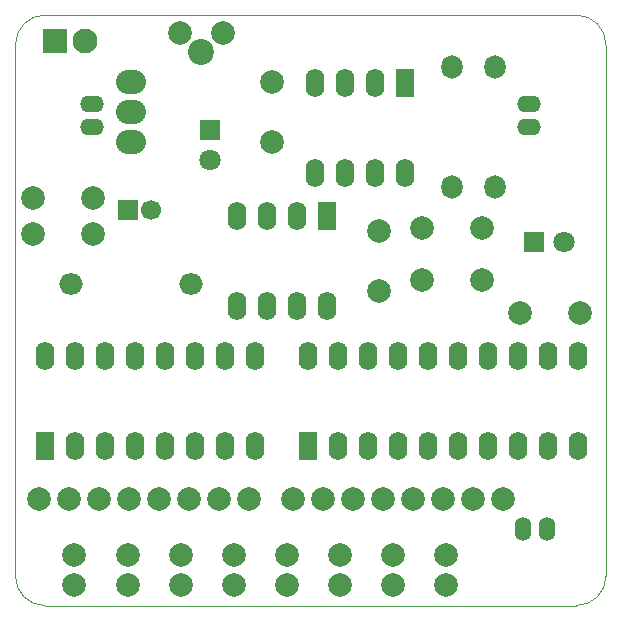
<source format=gbr>
G04 #@! TF.GenerationSoftware,KiCad,Pcbnew,(5.1.4)-1*
G04 #@! TF.CreationDate,2019-12-16T12:13:05+01:00*
G04 #@! TF.ProjectId,dancebots-pcb,64616e63-6562-46f7-9473-2d7063622e6b,rev?*
G04 #@! TF.SameCoordinates,PX5f5e100PY8f0d180*
G04 #@! TF.FileFunction,Soldermask,Top*
G04 #@! TF.FilePolarity,Negative*
%FSLAX46Y46*%
G04 Gerber Fmt 4.6, Leading zero omitted, Abs format (unit mm)*
G04 Created by KiCad (PCBNEW (5.1.4)-1) date 2019-12-16 12:13:05*
%MOMM*%
%LPD*%
G04 APERTURE LIST*
%ADD10C,0.100000*%
%ADD11O,1.600000X2.400000*%
%ADD12R,1.600000X2.400000*%
%ADD13C,1.800000*%
%ADD14R,1.800000X1.800000*%
%ADD15R,2.000000X2.000000*%
%ADD16C,2.100000*%
%ADD17C,1.700000*%
%ADD18R,1.700000X1.700000*%
%ADD19C,2.000000*%
%ADD20O,2.540000X2.032000*%
%ADD21C,2.200000*%
%ADD22O,1.800000X2.000000*%
%ADD23O,2.000000X1.800000*%
%ADD24O,2.000000X1.400000*%
%ADD25O,1.400000X2.000000*%
G04 APERTURE END LIST*
D10*
X0Y2500000D02*
G75*
G03X2500000Y0I2500000J0D01*
G01*
X47500000Y0D02*
G75*
G03X50000000Y2500000I0J2500000D01*
G01*
X50000000Y2500000D02*
X50000000Y47500000D01*
X2500000Y0D02*
X47500000Y0D01*
X0Y47500000D02*
X0Y2500000D01*
X50000000Y47500000D02*
G75*
G03X47500000Y50000000I-2500000J0D01*
G01*
X2500000Y50000000D02*
G75*
G03X0Y47500000I0J-2500000D01*
G01*
X2500000Y50000000D02*
X47500000Y50000000D01*
D11*
X33000000Y36630000D03*
X25380000Y44250000D03*
X30460000Y36630000D03*
X27920000Y44250000D03*
X27920000Y36630000D03*
X30460000Y44250000D03*
X25380000Y36630000D03*
D12*
X33000000Y44250000D03*
D11*
X26400000Y25380000D03*
X18780000Y33000000D03*
X23860000Y25380000D03*
X21320000Y33000000D03*
X21320000Y25380000D03*
X23860000Y33000000D03*
X18780000Y25380000D03*
D12*
X26400000Y33000000D03*
D11*
X24750000Y21120000D03*
X47610000Y13500000D03*
X27290000Y21120000D03*
X45070000Y13500000D03*
X29830000Y21120000D03*
X42530000Y13500000D03*
X32370000Y21120000D03*
X39990000Y13500000D03*
X34910000Y21120000D03*
X37450000Y13500000D03*
X37450000Y21120000D03*
X34910000Y13500000D03*
X39990000Y21120000D03*
X32370000Y13500000D03*
X42530000Y21120000D03*
X29830000Y13500000D03*
X45070000Y21120000D03*
X27290000Y13500000D03*
X47610000Y21120000D03*
D12*
X24750000Y13500000D03*
D11*
X2500000Y21120000D03*
X20280000Y13500000D03*
X5040000Y21120000D03*
X17740000Y13500000D03*
X7580000Y21120000D03*
X15200000Y13500000D03*
X10120000Y21120000D03*
X12660000Y13500000D03*
X12660000Y21120000D03*
X10120000Y13500000D03*
X15200000Y21120000D03*
X7580000Y13500000D03*
X17740000Y21120000D03*
X5040000Y13500000D03*
X20280000Y21120000D03*
D12*
X2500000Y13500000D03*
D13*
X16500000Y37710000D03*
D14*
X16500000Y40250000D03*
D15*
X3330000Y47800000D03*
D16*
X5870000Y47800000D03*
D17*
X11500000Y33500000D03*
D18*
X9500000Y33500000D03*
D14*
X43950000Y30800000D03*
D13*
X46450000Y30800000D03*
D19*
X5000000Y1730000D03*
X5000000Y4270000D03*
X9500000Y1730000D03*
X9500000Y4270000D03*
X14000000Y1730000D03*
X14000000Y4270000D03*
X18500000Y1730000D03*
X18500000Y4270000D03*
X23000000Y1730000D03*
X23000000Y4270000D03*
X27500000Y1730000D03*
X27500000Y4270000D03*
X32000000Y1730000D03*
X32000000Y4270000D03*
X36500000Y1730000D03*
X36500000Y4270000D03*
D20*
X9750000Y41750000D03*
X9750000Y39210000D03*
X9750000Y44290000D03*
D21*
X15750000Y46900000D03*
D19*
X17550000Y48500000D03*
X13950000Y48500000D03*
X23500000Y9000000D03*
X26040000Y9000000D03*
X28580000Y9000000D03*
X31120000Y9000000D03*
X33660000Y9000000D03*
X36200000Y9000000D03*
X38740000Y9000000D03*
X41280000Y9000000D03*
X2000000Y9000000D03*
X4540000Y9000000D03*
X7080000Y9000000D03*
X9620000Y9000000D03*
X12160000Y9000000D03*
X14700000Y9000000D03*
X17240000Y9000000D03*
X19780000Y9000000D03*
D22*
X37000000Y35400000D03*
X37000000Y45560000D03*
X40600000Y35400000D03*
X40600000Y45560000D03*
D23*
X4700000Y27200000D03*
X14860000Y27200000D03*
D24*
X6500000Y42500000D03*
X6500000Y40500000D03*
X43500000Y40500000D03*
X43500000Y42500000D03*
D25*
X43000000Y6500000D03*
X45000000Y6500000D03*
D19*
X1460000Y34500000D03*
X6540000Y34500000D03*
X1460000Y31500000D03*
X6540000Y31500000D03*
X47790000Y24750000D03*
X42710000Y24750000D03*
X39540000Y32000000D03*
X34460000Y32000000D03*
X39540000Y27600000D03*
X34460000Y27600000D03*
X21750000Y39210000D03*
X21750000Y44290000D03*
X30800000Y31740000D03*
X30800000Y26660000D03*
M02*

</source>
